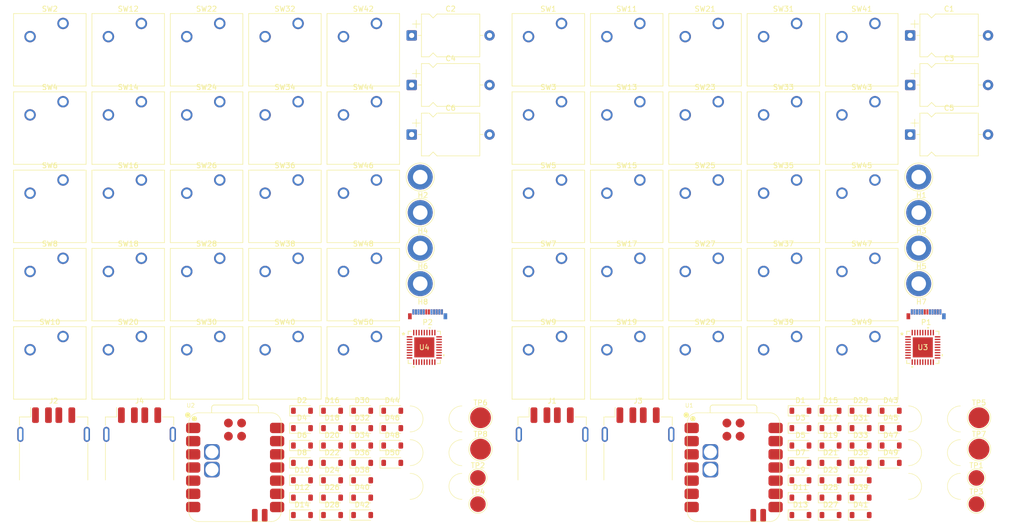
<source format=kicad_pcb>
(kicad_pcb (version 20241229) (generator "pcbnew") (generator_version "9.0")
  (layers (0 "F.Cu" signal) (2 "B.Cu" signal) (13 "F.Paste" user) (15 "B.Paste" user) (5 "F.SilkS" user "F.Silkscreen") (7 "B.SilkS" user "B.Silkscreen") (1 "F.Mask" user) (3 "B.Mask" user) (25 "Edge.Cuts" user))
  (net 0 "")
  (net 1 "GND")
  (net 2 "Net-(U3-VBUS_DET)")
  (net 3 "Net-(U4-VBUS_DET)")
  (net 4 "downVbus0")
  (net 5 "downVbus1")
  (net 6 "Net-(D1-A)")
  (net 7 "row0")
  (net 8 "Net-(D2-A)")
  (net 9 "Net-(D3-A)")
  (net 10 "row4")
  (net 11 "Net-(D4-A)")
  (net 12 "row1")
  (net 13 "Net-(D5-A)")
  (net 14 "Net-(D6-A)")
  (net 15 "Net-(D7-A)")
  (net 16 "row2")
  (net 17 "Net-(D8-A)")
  (net 18 "row3")
  (net 19 "Net-(D9-A)")
  (net 20 "Net-(D10-A)")
  (net 21 "Net-(D11-A)")
  (net 22 "Net-(D12-A)")
  (net 23 "Net-(D13-A)")
  (net 24 "Net-(D14-A)")
  (net 25 "Net-(D15-A)")
  (net 26 "Net-(D16-A)")
  (net 27 "Net-(D17-A)")
  (net 28 "Net-(D18-A)")
  (net 29 "Net-(D19-A)")
  (net 30 "Net-(D20-A)")
  (net 31 "Net-(D21-A)")
  (net 32 "Net-(D22-A)")
  (net 33 "Net-(D23-A)")
  (net 34 "Net-(D24-A)")
  (net 35 "Net-(D25-A)")
  (net 36 "Net-(D26-A)")
  (net 37 "Net-(D27-A)")
  (net 38 "Net-(D28-A)")
  (net 39 "Net-(D29-A)")
  (net 40 "Net-(D30-A)")
  (net 41 "Net-(D31-A)")
  (net 42 "Net-(D32-A)")
  (net 43 "Net-(D33-A)")
  (net 44 "Net-(D34-A)")
  (net 45 "Net-(D35-A)")
  (net 46 "Net-(D36-A)")
  (net 47 "Net-(D37-A)")
  (net 48 "Net-(D38-A)")
  (net 49 "Net-(D39-A)")
  (net 50 "Net-(D40-A)")
  (net 51 "Net-(D41-A)")
  (net 52 "Net-(D42-A)")
  (net 53 "Net-(D43-A)")
  (net 54 "Net-(D44-A)")
  (net 55 "Net-(D45-A)")
  (net 56 "Net-(D46-A)")
  (net 57 "Net-(D47-A)")
  (net 58 "Net-(D48-A)")
  (net 59 "Net-(D49-A)")
  (net 60 "Net-(D50-A)")
  (net 61 "Net-(J1-D+)")
  (net 63 "Net-(J1-D-)")
  (net 65 "Net-(J2-D+)")
  (net 66 "Net-(J2-D-)")
  (net 69 "Net-(J3-D+)")
  (net 71 "Net-(J3-D-)")
  (net 74 "Net-(J4-D+)")
  (net 76 "Net-(J4-D-)")
  (net 78 "Net-(P1-D-)")
  (net 80 "Net-(P1-D+)")
  (net 84 "Net-(P2-D-)")
  (net 88 "Net-(P2-D+)")
  (net 89 "col0")
  (net 90 "col3")
  (net 91 "col1")
  (net 92 "col2")
  (net 93 "col4")
  (net 94 "/left/vbat")
  (net 95 "/right/vbat")
  (net 96 "data0")
  (footprint "Diode_SMD:D_SOD-123" (layer "F.Cu") (at 211.381 140.9276)
    (property "Reference" "D13")
    (property "Value" "D")
  )
  (footprint "USB2512_AEZG:QFN36_6X6MC_MCH" (layer "F.Cu") (at 138.9394 108.6088)
    (property "Reference" "U4")
    (property "Value" "USB2512-AEZG")
  )
  (footprint "TestPoint:TestPoint_Loop_D3.80mm_Drill2.8mm" (layer "F.Cu") (at 234.156 96.3276)
    (property "Reference" "H7")
    (property "Value" "MountingHole")
  )
  (footprint "TestPoint:TestPoint_Pad_D3.0mm" (layer "F.Cu") (at 245.266 133.7776)
    (property "Reference" "TP1")
    (property "Value" "TestPoint")
  )
  (footprint "Button_Switch_Keyboard:SW_Cherry_MX_1.00u_PCB" (layer "F.Cu") (at 165.366 91.4376)
    (property "Reference" "SW7")
    (property "Value" "SW_Push")
  )
  (footprint "Button_Switch_Keyboard:SW_Cherry_MX_1.00u_PCB" (layer "F.Cu") (at 99.546 91.4376)
    (property "Reference" "SW28")
    (property "Value" "SW_Push")
  )
  (footprint "Diode_SMD:D_SOD-123" (layer "F.Cu") (at 211.381 130.8776)
    (property "Reference" "D7")
    (property "Value" "D")
  )
  (footprint "Diode_SMD:D_SOD-123" (layer "F.Cu") (at 217.176 130.8776)
    (property "Reference" "D21")
    (property "Value" "D")
  )
  (footprint "TestPoint:TestPoint_Pad_D3.0mm" (layer "F.Cu") (at 149.266 133.7776)
    (property "Reference" "TP2")
    (property "Value" "TestPoint")
  )
  (footprint "Button_Switch_Keyboard:SW_Cherry_MX_1.00u_PCB" (layer "F.Cu") (at 129.726 76.3476)
    (property "Reference" "SW46")
    (property "Value" "SW_Push")
  )
  (footprint "TestPoint:TestPoint_Pad_D4.0mm" (layer "F.Cu") (at 149.766 128.2276)
    (property "Reference" "TP8")
    (property "Value" "HapticFeedbackMotor-")
  )
  (footprint "Button_Switch_Keyboard:SW_Cherry_MX_1.00u_PCB" (layer "F.Cu") (at 210.636 106.5276)
    (property "Reference" "SW39")
    (property "Value" "SW_Push")
  )
  (footprint "Diode_SMD:D_SOD-123" (layer "F.Cu") (at 121.176 137.5776)
    (property "Reference" "D26")
    (property "Value" "D")
  )
  (footprint "Button_Switch_Keyboard:SW_Cherry_MX_1.00u_PCB" (layer "F.Cu") (at 69.366 46.1676)
    (property "Reference" "SW2")
    (property "Value" "SW_Push")
  )
  (footprint "Button_Switch_Keyboard:SW_Cherry_MX_1.00u_PCB" (layer "F.Cu") (at 114.636 76.3476)
    (property "Reference" "SW36")
    (property "Value" "SW_Push")
  )
  (footprint "Diode_SMD:D_SOD-123" (layer "F.Cu") (at 222.971 130.8776)
    (property "Reference" "D35")
    (property "Value" "D")
  )
  (footprint "Diode_SMD:D_SOD-123" (layer "F.Cu") (at 121.176 130.8776)
    (property "Reference" "D22")
    (property "Value" "D")
  )
  (footprint "keeb:mouse-bite-5mm-slot" (layer "F.Cu") (at 237.191 122.4026)
    (property "Reference" "H9" (hide yes))
    (property "Value" "MountingHole" (hide yes))
  )
  (footprint "Diode_SMD:D_SOD-123" (layer "F.Cu") (at 211.381 120.8276)
    (property "Reference" "D1")
    (property "Value" "D")
  )
  (footprint "Diode_SMD:D_SOD-123" (layer "F.Cu") (at 222.971 137.5776)
    (property "Reference" "D39")
    (property "Value" "D")
  )
  (footprint "Diode_SMD:D_SOD-123" (layer "F.Cu") (at 121.176 124.1776)
    (property "Reference" "D18")
    (property "Value" "D")
  )
  (footprint "TestPoint:TestPoint_Loop_D3.80mm_Drill2.8mm" (layer "F.Cu") (at 138.156 75.7776)
    (property "Reference" "H2")
    (property "Value" "MountingHole")
  )
  (footprint "TestPoint:TestPoint_Pad_D4.0mm" (layer "F.Cu") (at 245.766 128.2276)
    (property "Reference" "TP7")
    (property "Value" "HapticFeedbackMotor-")
  )
  (footprint "Diode_SMD:D_SOD-123" (layer "F.Cu") (at 132.766 124.1776)
    (property "Reference" "D46")
    (property "Value" "D")
  )
  (footprint "Connector_USB:USB_A_Receptacle_GCT_USB1046" (layer "F.Cu") (at 67.556 128.9276)
    (property "Reference" "J2")
    (property "Value" "USB_A")
  )
  (footprint "Diode_SMD:D_SOD-123" (layer "F.Cu") (at 132.766 130.8776)
    (property "Reference" "D50")
    (property "Value" "D")
  )
  (footprint "Button_Switch_Keyboard:SW_Cherry_MX_1.00u_PCB" (layer "F.Cu") (at 165.366 61.2576)
    (property "Reference" "SW3")
    (property "Value" "SW_Push")
  )
  (footprint "Diode_SMD:D_SOD-123" (layer "F.Cu") (at 126.971 127.5276)
    (property "Reference" "D34")
    (property "Value" "D")
  )
  (footprint "Button_Switch_Keyboard:SW_Cherry_MX_1.00u_PCB" (layer "F.Cu") (at 210.636 76.3476)
    (property "Reference" "SW35")
    (property "Value" "SW_Push")
  )
  (footprint "Diode_SMD:D_SOD-123" (layer "F.Cu") (at 115.381 134.2276)
    (property "Reference" "D10")
    (property "Value" "D")
  )
  (footprint "Diode_SMD:D_SOD-123" (layer "F.Cu") (at 228.766 127.5276)
    (property "Reference" "D47")
    (property "Value" "D")
  )
  (footprint "TestPoint:TestPoint_Loop_D3.80mm_Drill2.8mm" (layer "F.Cu") (at 138.156 96.3276)
    (property "Reference" "H8")
    (property "Value" "MountingHole")
  )
  (footprint "Button_Switch_Keyboard:SW_Cherry_MX_1.00u_PCB" (layer "F.Cu") (at 195.546 91.4376)
    (property "Reference" "SW27")
    (property "Value" "SW_Push")
  )
  (footprint "Diode_SMD:D_SOD-123" (layer "F.Cu") (at 217.176 134.2276)
    (property "Reference" "D23")
    (property "Value" "D")
  )
  (footprint "Diode_SMD:D_SOD-123" (layer "F.Cu") (at 222.971 120.8276)
    (property "Reference" "D29")
    (property "Value" "D")
  )
  (footprint "Diode_SMD:D_SOD-123" (layer "F.Cu") (at 126.971 137.5776)
    (property "Reference" "D40")
    (property "Value" "D")
  )
  (footprint "Button_Switch_Keyboard:SW_Cherry_MX_1.00u_PCB" (layer "F.Cu") (at 129.726 61.2576)
    (property "Reference" "SW44")
    (property "Value" "SW_Push")
  )
  (footprint "Capacitor_THT:CP_Axial_L11.0mm_D8.0mm_P15.00mm_Horizontal" (layer "F.Cu") (at 232.506 58.0276)
    (property "Reference" "C3")
    (property "Value" "C")
  )
  (footprint "Button_Switch_Keyboard:SW_Cherry_MX_1.00u_PCB" (layer "F.Cu") (at 195.546 46.1676)
    (property "Reference" "SW21")
    (property "Value" "SW_Push")
  )
  (footprint "Button_Switch_Keyboard:SW_Cherry_MX_1.00u_PCB" (layer "F.Cu") (at 84.456 91.4376)
    (property "Reference" "SW18")
    (property "Value" "SW_Push")
  )
  (footprint "Button_Switch_Keyboard:SW_Cherry_MX_1.00u_PCB" (layer "F.Cu") (at 114.636 46.1676)
    (property "Reference" "SW32")
    (property "Value" "SW_Push")
  )
  (footprint "Capacitor_THT:CP_Axial_L11.0mm_D8.0mm_P15.00mm_Horizontal" (layer "F.Cu") (at 136.506 48.4776)
    (property "Reference" "C2")
    (property "Value" "C")
  )
  (footprint "Button_Switch_Keyboard:SW_Cherry_MX_1.00u_PCB" (layer "F.Cu") (at 225.726 46.1676)
    (property "Reference" "SW41")
    (property "Value" "SW_Push")
  )
  (footprint "Connector_USB:USB_C_Plug_Molex_105444" (layer "F.Cu") (at 235.581 101.7376)
    (property "Reference" "P1")
    (property "Value" "USB_C_Plug_USB2.0")
  )
  (footprint "Button_Switch_Keyboard:SW_Cherry_MX_1.00u_PCB" (layer "F.Cu") (at 99.546 76.3476)
    (property "Reference" "SW26")
    (property "Value" "SW_Push")
  )
  (footprint "TestPoint:TestPoint_Pad_D3.0mm" (layer "F.Cu") (at 149.266 138.8276)
    (property "Reference" "TP4")
    (property "Value" "TestPoint")
  )
  (footprint "keeb:mouse-bite-5mm-slot" (layer "F.Cu") (at 141.191 122.4026)
    (property "Reference" "H10" (hide yes))
    (property "Value" "MountingHole" (hide yes))
  )
  (footprint "Diode_SMD:D_SOD-123" (layer "F.Cu") (at 217.176 120.8276)
    (property "Reference" "D15")
    (property "Value" "D")
  )
  (footprint "Diode_SMD:D_SOD-123" (layer "F.Cu") (at 211.381 134.2276)
    (property "Reference" "D9")
    (property "Value" "D")
  )
  (footprint "Capacitor_THT:CP_Axial_L11.0mm_D8.0mm_P15.00mm_Horizontal" (layer "F.Cu") (at 232.506 48.4776)
    (property "Reference" "C1")
    (property "Value" "C")
  )
  (footprint "Button_Switch_Keyboard:SW_Cherry_MX_1.00u_PCB" (layer "F.Cu") (at 165.366 76.3476)
    (property "Reference" "SW5")
    (property "Value" "SW_Push")
  )
  (footprint "Diode_SMD:D_SOD-123" (layer "F.Cu") (at 121.176 127.5276)
    (property "Reference" "D20")
    (property "Value" "D")
  )
  (footprint "Diode_SMD:D_SOD-123" (layer "F.Cu") (at 126.971 130.8776)
    (property "Reference" "D36")
    (property "Value" "D")
  )
  (footprint "keeb:modified-XIAO-nRF52840-SMD" (layer "F.Cu") (at 198.54 131.7631)
    (property "Reference" "U1")
    (property "Value" "XIAO-nRF52840-SMD")
  )
  (footprint "Button_Switch_Keyboard:SW_Cherry_MX_1.00u_PCB" (layer "F.Cu") (at 195.546 76.3476)
    (property "Reference" "SW25")
    (property "Value" "SW_Push")
  )
  (footprint "Button_Switch_Keyboard:SW_Cherry_MX_1.00u_PCB" (layer "F.Cu") (at 225.726 91.4376)
    (property "Reference" "SW47")
    (property "Value" "SW_Push")
  )
  (footprint "Diode_SMD:D_SOD-123" (layer "F.Cu") (at 222.971 127.5276)
    (property "Reference" "D33")
    (property "Value" "D")
  )
  (footprint "Button_Switch_Keyboard:SW_Cherry_MX_1.00u_PCB" (layer "F.Cu") (at 129.726 106.5276)
    (property "Reference" "SW50")
    (property "Value" "SW_Push")
  )
  (footprint "Diode_SMD:D_SOD-123" (layer "F.Cu") (at 115.381 124.1776)
    (property "Reference" "D4")
    (property "Value" "D")
  )
  (footprint "Button_Switch_Keyboard:SW_Cherry_MX_1.00u_PCB" (layer "F.Cu") (at 84.456 106.5276)
    (property "Reference" "SW20")
    (property "Value" "SW_Push")
  )
  (footprint "Button_Switch_Keyboard:SW_Cherry_MX_1.00u_PCB" (layer "F.Cu") (at 180.456 76.3476)
    (property "Reference" "SW15")
    (property "Value" "SW_Push")
  )
  (footprint "TestPoint:TestPoint_Loop_D3.80mm_Drill2.8mm" (layer "F.Cu") (at 234.156 89.4776)
    (property "Reference" "H5")
    (property "Value" "MountingHole")
  )
  (footprint "Diode_SMD:D_SOD-123" (layer "F.Cu") (at 132.766 127.5276)
    (property "Reference" "D48")
    (property "Value" "D")
  )
  (footprint "Diode_SMD:D_SOD-123" (layer "F.Cu") (at 217.176 140.9276)
    (property "Reference" "D27")
    (property "Value" "D")
  )
  (footprint "Diode_SMD:D_SOD-123" (layer "F.Cu") (at 121.176 120.8276)
    (property "Reference" "D16")
    (property "Value" "D")
  )
  (footprint "TestPoint:TestPoint_Pad_D3.0mm" (layer "F.Cu") (at 245.266 138.8276)
    (property "Reference" "TP3")
    (property "Value" "TestPoint")
  )
  (footprint "Diode_SMD:D_SOD-123" (layer "F.Cu") (at 211.381 137.5776)
    (property "Reference" "D11")
    (property "Value" "D")
  )
  (footprint "Button_Switch_Keyboard:SW_Cherry_MX_1.00u_PCB" (layer "F.Cu") (at 114.636 91.4376)
    (property "Reference" "SW38")
    (property "Value" "SW_Push")
  )
  (footprint "Diode_SMD:D_SOD-123" (layer "F.Cu") (at 126.971 124.1776)
    (property "Reference" "D32")
    (property "Value" "D")
  )
  (footprint "Button_Switch_Keyboard:SW_Cherry_MX_1.00u_PCB" (layer "F.Cu") (at 180.456 106.5276)
    (property "Reference" "SW19")
    (property "Value" "SW_Push")
  )
  (footprint "keeb:modified-XIAO-nRF52840-SMD" (layer "F.Cu") (at 102.54 131.7631)
    (property "Reference" "U2")
    (property "Value" "XIAO-nRF52840-SMD")
  )
  (footprint "keeb:mouse-bite-5mm-slot" (layer "F.Cu") (at 141.191 128.9026)
    (property "Reference" "H12" (hide yes))
    (property "Value" "MountingHole" (hide yes))
  )
  (footprint "Diode_SMD:D_SOD-123" (layer "F.Cu") (at 115.381 127.5276)
    (property "Reference" "D6")
    (property "Value" "D")
  )
  (footprint "Diode_SMD:D_SOD-123" (layer "F.Cu") (at 115.381 120.8276)
    (property "Reference" "D2")
    (property "Value" "D")
  )
  (footprint "Button_Switch_Keyboard:SW_Cherry_MX_1.00u_PCB" (layer "F.Cu") (at 69.366 106.5276)
    (property "Reference" "SW10")
    (property "Value" "SW_Push")
  )
  (footprint "Button_Switch_Keyboard:SW_Cherry_MX_1.00u_PCB" (layer "F.Cu") (at 69.366 61.2576)
    (property "Reference" "SW4")
    (property "Value" "SW_Push")
  )
  (footprint "Button_Switch_Keyboard:SW_Cherry_MX_1.00u_PCB" (layer "F.Cu") (at 129.726 91.4376)
    (property "Reference" "SW48")
    (property "Value" "SW_Push")
  )
  (footprint "Capacitor_THT:CP_Axial_L11.0mm_D8.0mm_P15.00mm_Horizontal" (layer "F.Cu") (at 232.506 67.5776)
    (property "Reference" "C5")
    (property "Value" "C")
  )
  (footprint "Button_Switch_Keyboard:SW_Cherry_MX_1.00u_PCB" (layer "F.Cu") (at 225.726 106.5276)
    (property "Reference" "SW49")
    (property "Value" "SW_Push")
  )
  (footprint "TestPoint:TestPoint_Loop_D3.80mm_Drill2.8mm" (layer "F.Cu") (at 138.156 89.4776)
    (property "Reference" "H6")
    (property "Value" "MountingHole")
  )
  (footprint "Button_Switch_Keyboard:SW_Cherry_MX_1.00u_PCB" (layer "F.Cu") (at 195.546 106.5276)
    (property "Reference" "SW29")
    (property "Value" "SW_Push")
  )
  (footprint "Capacitor_THT:CP_Axial_L11.0mm_D8.0mm_P15.00mm_Horizontal" (layer "F.Cu") (at 136.506 58.0276)
    (property "Reference" "C4")
    (property "Value" "C")
  )
  (footprint "Button_Switch_Keyboard:SW_Cherry_MX_1.00u_PCB" (layer "F.Cu") (at 165.366 106.5276)
    (property "Reference" "SW9")
    (property "Value" "SW_Push")
  )
  (footprint "Button_Switch_Keyboard:SW_Cherry_MX_1.00u_PCB" (layer "F.Cu") (at 180.456 46.1676)
    (property "Reference" "SW11")
    (property "Value" "SW_Push")
  )
  (footprint "Connector_USB:USB_C_Plug_Molex_105444" (layer "F.Cu") (at 139.581 101.7376)
    (property "Reference" "P2")
    (property "Value" "USB_C_Plug_USB2.0")
  )
  (footprint "Button_Switch_Keyboard:SW_Cherry_MX_1.00u_PCB" (layer "F.Cu") (at 69.366 91.4376)
    (property "Reference" "SW8")
    (property "Value" "SW_Push")
  )
  (footprint "Diode_SMD:D_SOD-123" (layer "F.Cu") (at 211.381 127.5276)
    (property "Reference" "D5")
    (property "Value" "D")
  )
  (footprint "Connector_USB:USB_A_Receptacle_GCT_USB1046" (layer "F.Cu") (at 163.556 128.9276)
    (property "Reference" "J1")
    (property "Value" "USB_A")
  )
  (footprint "TestPoint:TestPoint_Loop_D3.80mm_Drill2.8mm" (layer "F.Cu") (at 234.156 82.6276)
    (property "Reference" "H3")
    (property "Value" "MountingHole")
  )
  (footprint "Button_Switch_Keyboard:SW_Cherry_MX_1.00u_PCB" (layer "F.Cu") (at 210.636 61.2576)
    (property "Reference" "SW33")
    (property "Value" "SW_Push")
  )
  (footprint "Button_Switch_Keyboard:SW_Cherry_MX_1.00u_PCB" (layer "F.Cu") (at 99.546 61.2576)
    (property "Reference" "SW24")
    (property "Value" "SW_Push")
  )
  (footprint "Diode_SMD:D_SOD-123" (layer "F.Cu") (at 121.176 134.2276)
    (property "Reference" "D24")
    (property "Value" "D")
  )
  (footprint "Diode_SMD:D_SOD-123" (layer "F.Cu") (at 121.176 140.9276)
    (property "Reference" "D28")
    (property "Value" "D")
  )
  (footprint "Button_Switch_Keyboard:SW_Cherry_MX_1.00u_PCB" (layer "F.Cu") (at 210.636 91.4376)
    (property "Reference" "SW37")
    (property "Value" "SW_Push")
  )
  (footprint "Button_Switch_Keyboard:SW_Cherry_MX_1.00u_PCB" (layer "F.Cu") (at 195.546 61.2576)
    (property "Reference" "SW23")
    (property "Value" "SW_Push")
  )
  (footprint "Diode_SMD:D_SOD-123" (layer "F.Cu") (at 132.766 120.8276)
    (property "Reference" "D44")
    (property "Value" "D")
  )
  (footprint "Button_Switch_Keyboard:SW_Cherry_MX_1.00u_PCB" (layer "F.Cu") (at 99.546 106.5276)
    (property "Reference" "SW30")
    (property "Value" "SW_Push")
  )
  (footprint "keeb:mouse-bite-5mm-slot" (layer "F.Cu") (at 237.191 128.9026)
    (property "Reference" "H11" (hide yes))
    (property "Value" "MountingHole" (hide yes))
  )
  (footprint "Button_Switch_Keyboard:SW_Cherry_MX_1.00u_PCB" (layer "F.Cu") (at 114.636 61.2576)
    (property "Reference" "SW34")
    (property "Value" "SW_Push")
  )
  (footprint "USB2512_AEZG:QFN36_6X6MC_MCH" (layer "F.Cu") (at 234.9394 108.6088)
    (property "Reference" "U3")
    (property "Value" "USB2512-AEZG")
  )
  (footprint "Button_Switch_Keyboard:SW_Cherry_MX_1.00u_PCB" (layer "F.Cu") (at 114.636 106.5276)
    (property "Reference" "SW40")
    (property "Value" "SW_Push")
  )
  (footprint "Diode_SMD:D_SOD-123" (layer "F.Cu") (at 217.176 127.5276)
    (property "Reference" "D19")
    (property "Value" "D")
  )
  (footprint "TestPoint:TestPoint_Loop_D3.80mm_Drill2.8mm" (layer "F.Cu") (at 138.156 82.6276)
    (property "Reference" "H4")
    (property "Value" "MountingHole")
  )
  (footprint "Diode_SMD:D_SOD-123" (layer "F.Cu") (at 126.971 134.2276)
    (property "Reference" "D38")
    (property "Value" "D")
  )
  (footprint "TestPoint:TestPoint_Pad_D4.0mm" (layer "F.Cu") (at 245.766 122.1776)
    (property "Reference" "TP5")
    (property "Value" "HapticFeedbackMotor+")
  )
  (footprint "Diode_SMD:D_SOD-123" (layer "F.Cu") (at 222.971 124.1776)
    (property "Reference" "D31")
    (property "Value" "D")
  )
  (footprint "Button_Switch_Keyboard:SW_Cherry_MX_1.00u_PCB" (layer "F.Cu") (at 210.636 46.1676)
    (property "Reference" "SW31")
    (property "Value" "SW_Push")
  )
  (footprint "Diode_SMD:D_SOD-123" (layer "F.Cu") (at 222.971 134.2276)
    (property "Reference" "D37")
    (property "Value" "D")
  )
  (footprint "Diode_SMD:D_SOD-123" (layer "F.Cu") (at 115.381 137.5776)
    (property "Reference" "D12")
    (property "Value" "D")
  )
  (footprint "Diode_SMD:D_SOD-123" (layer "F.Cu") (at 126.971 120.8276)
    (property "Reference" "D30")
    (property "Value" "D")
  )
  (footprint "Button_Switch_Keyboard:SW_Cherry_MX_1.00u_PCB" (layer "F.Cu") (at 180.456 91.4376)
    (property "Reference" "SW17")
    (property "Value" "SW_Push")
  )
  (footprint "Button_Switch_Keyboard:SW_Cherry_MX_1.00u_PCB" (layer "F.Cu") (at 180.456 61.2576)
    (property "Reference" "SW13")
    (property "Value" "SW_Push")
  )
  (footprint "Button_Switch_Keyboard:SW_Cherry_MX_1.00u_PCB" (layer "F.Cu") (at 129.726 46.1676)
    (property "Reference" "SW42")
    (property "Value" "SW_Push")
  )
  (footprint "Button_Switch_Keyboard:SW_Cherry_MX_1.00u_PCB" (layer "F.Cu") (at 99.546 46.1676)
    (property "Reference" "SW22")
    (property "Value" "SW_Push")
  )
  (footprint "Button_Switch_Keyboard:SW_Cherry_MX_1.00u_PCB" (layer "F.Cu") (at 165.366 46.1676)
    (property "Reference" "SW1")
    (property "Value" "SW_Push")
  )
  (footprint "Diode_SMD:D_SOD-123" (layer "F.Cu") (at 228.766 130.8776)
    (property "Reference" "D49")
    (property "Value" "D")
  )
  (footprint "Capacitor_THT:CP_Axial_L11.0mm_D8.0mm_P15.00mm_Horizontal" (layer "F.Cu") (at 136.506 67.5776)
    (property "Reference" "C6")
    (property "Value" "C")
  )
  (footprint "Diode_SMD:D_SOD-123" (layer "F.Cu") (at 228.766 120.8276)
    (property "Reference" "D43")
    (property "Value" "D")
  )
  (footprint "Diode_SMD:D_SOD-123" (layer "F.Cu") (at 217.176 124.1776)
    (property "Reference" "D17")
    (property "Value" "D")
  )
  (footprint "keeb:mouse-bite-5mm-slot" (layer "F.Cu") (at 141.191 135.4026)
    (property "Reference" "H14" (hide yes))
    (property "Value" "MountingHole" (hide yes))
  )
  (footprint "Button_Switch_Keyboard:SW_Cherry_MX_1.00u_PCB" (layer "F.Cu") (at 84.456 46.1676)
    (property "Reference" "SW12")
    (property "Value" "SW_Push")
  )
  (footprint "Connector_USB:USB_A_Receptacle_GCT_USB1046" (layer "F.Cu") (at 84.106 128.9276)
    (property "Reference" "J4")
    (property "Value" "USB_A")
  )
  (footprint "Button_Switch_Keyboard:SW_Cherry_MX_1.00u_PCB" (layer "F.Cu") (at 84.456 61.2576)
    (property "Reference" "SW14")
    (property "Value" "SW_Push")
  )
  (footprint "Diode_SMD:D_SOD-123" (layer "F.Cu") (at 222.971 140.9276)
    (property "Reference" "D41")
    (property "Value" "D")
  )
  (footprint "Diode_SMD:D_SOD-123" (layer "F.Cu") (at 228.766 124.1776)
    (property "Reference" "D45")
    (property "Value" "D")
  )
  (footprint "TestPoint:TestPoint_Pad_D4.0mm" (layer "F.Cu") (at 149.766 122.1776)
    (property "Reference" "TP6")
    (property "Value" "HapticFeedbackMotor+")
  )
  (footprint "Button_Switch_Keyboard:SW_Cherry_MX_1.00u_PCB" (layer "F.Cu") (at 225.726 76.3476)
    (property "Reference" "SW45")
    (property "Value" "SW_Push")
  )
  (footprint "Diode_SMD:D_SOD-123" (layer "F.Cu") (at 217.176 137.5776)
    (property "Reference" "D25")
    (property "Value" "D")
  )
  (footprint "Diode_SMD:D_SOD-123" (layer "F.Cu") (at 211.381 124.1776)
    (property "Reference" "D3")
    (property "Value" "D")
  )
  (footprint "Button_Switch_Keyboard:SW_Cherry_MX_1.00u_PCB" (layer "F.Cu") (at 84.456 76.3476)
    (property "Reference" "SW16")
    (property "Value" "SW_Push")
  )
  (footprint "keeb:mouse-bite-5mm-slot" (layer "F.Cu") (at 237.191 135.4026)
    (property "Reference" "H13" (hide yes))
    (property "Value" "MountingHole" (hide yes))
  )
  (footprint "Diode_SMD:D_SOD-123" (layer "F.Cu") (at 115.381 130.8776)
    (property "Reference" "D8")
    (property "Value" "D")
  )
  (footprint "Button_Switch_Keyboard:SW_Cherry_MX_1.00u_PCB" (layer "F.Cu") (at 69.366 76.3476)
    (property "Reference" "SW6")
    (property "Value" "SW_Push")
  )
  (footprint "Diode_SMD:D_SOD-123" (layer "F.Cu") (at 126.971 140.9276)
    (property "Reference" "D42")
    (property "Value" "D")
  )
  (footprint "TestPoint:TestPoint_Loop_D3.80mm_Drill2.8mm" (layer "F.Cu") (at 234.156 75.7776)
    (property "Reference" "H1")
    (property "Value" "MountingHole")
  )
  (footprint "Diode_SMD:D_SOD-123" (layer "F.Cu") (at 115.381 140.9276)
    (property "Reference" "D14")
    (property "Value" "D")
  )
  (footprint "Button_Switch_Keyboard:SW_Cherry_MX_1.00u_PCB" (layer "F.Cu") (at 225.726 61.2576)
    (property "Reference" "SW43")
    (property "Value" "SW_Push")
  )
  (footprint "Connector_USB:USB_A_Receptacle_GCT_USB1046" (layer "F.Cu") (at 180.106 128.9276)
    (property "Reference" "J3")
    (property "Value" "USB_A")
  )
)
</source>
